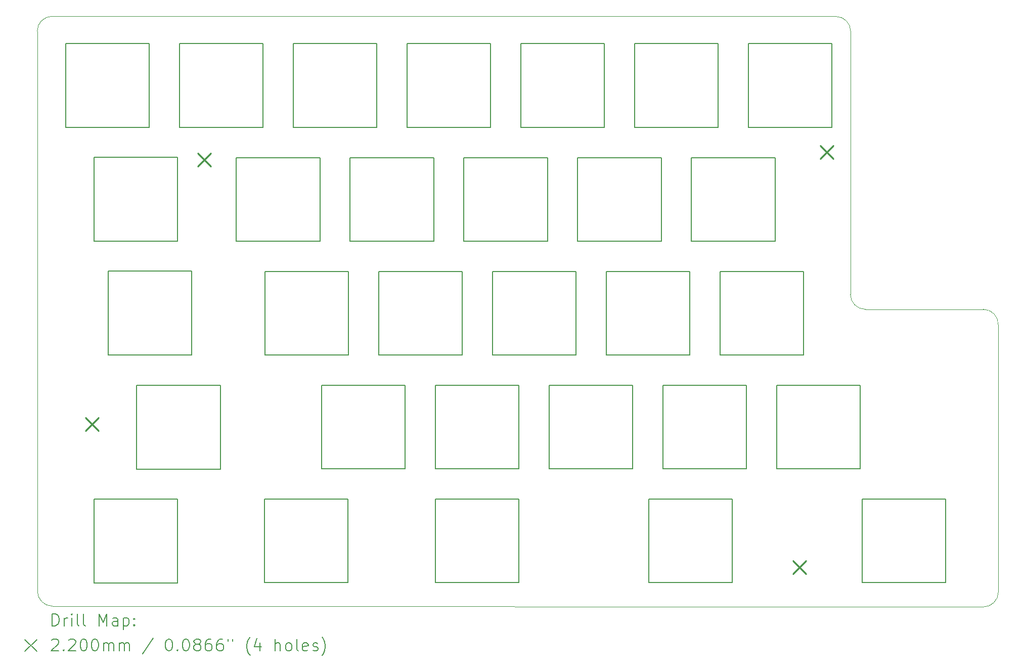
<source format=gbr>
%TF.GenerationSoftware,KiCad,Pcbnew,(6.0.7)*%
%TF.CreationDate,2022-09-08T23:08:10+00:00*%
%TF.ProjectId,zzsplit-top,7a7a7370-6c69-4742-9d74-6f702e6b6963,rev?*%
%TF.SameCoordinates,Original*%
%TF.FileFunction,Drillmap*%
%TF.FilePolarity,Positive*%
%FSLAX45Y45*%
G04 Gerber Fmt 4.5, Leading zero omitted, Abs format (unit mm)*
G04 Created by KiCad (PCBNEW (6.0.7)) date 2022-09-08 23:08:10*
%MOMM*%
%LPD*%
G01*
G04 APERTURE LIST*
%ADD10C,0.150000*%
%ADD11C,0.100000*%
%ADD12C,0.200000*%
%ADD13C,0.220000*%
G04 APERTURE END LIST*
D10*
X6023873Y-4053160D02*
X7423873Y-4053160D01*
X7928873Y-5453160D02*
X7928873Y-4053160D01*
X12188873Y-5959160D02*
X12188873Y-7359160D01*
X15074873Y-9266160D02*
X16474873Y-9266160D01*
X16024873Y-11171160D02*
X17424873Y-11171160D01*
D11*
X21390865Y-13484161D02*
G75*
G03*
X21642873Y-13233160I1005J251001D01*
G01*
D10*
X13169873Y-9266160D02*
X13169873Y-7866160D01*
X11233873Y-4053160D02*
X11233873Y-5453160D01*
X14121873Y-9772160D02*
X15521873Y-9772160D01*
X12216873Y-9772160D02*
X13616873Y-9772160D01*
D11*
X19163870Y-8249160D02*
G75*
G03*
X19413873Y-8499160I250000J0D01*
G01*
D10*
X13643873Y-4053160D02*
X15043873Y-4053160D01*
X9351873Y-11679160D02*
X10751873Y-11679160D01*
X13643873Y-5453160D02*
X15043873Y-5453160D01*
X12216873Y-11172160D02*
X12216873Y-9772160D01*
X10283873Y-5959160D02*
X10283873Y-7359160D01*
X15787873Y-13077160D02*
X15787873Y-11677160D01*
X10751873Y-11679160D02*
X10751873Y-13079160D01*
X14093873Y-5959160D02*
X14093873Y-7359160D01*
D11*
X19169744Y-3846584D02*
X19163873Y-8249160D01*
D10*
X9328873Y-4053160D02*
X9328873Y-5453160D01*
X6500873Y-13080160D02*
X6500873Y-11680160D01*
X9351873Y-13079160D02*
X10751873Y-13079160D01*
X17187873Y-11677160D02*
X17187873Y-13077160D01*
X9833873Y-4053160D02*
X11233873Y-4053160D01*
X16503873Y-5959160D02*
X17903873Y-5959160D01*
X8883873Y-7359160D02*
X10283873Y-7359160D01*
X6499873Y-7357160D02*
X6499873Y-5957160D01*
X16948873Y-4053160D02*
X16948873Y-5453160D01*
X13138873Y-4053160D02*
X13138873Y-5453160D01*
X13643873Y-5453160D02*
X13643873Y-4053160D01*
X16024873Y-11171160D02*
X16024873Y-9771160D01*
X15521873Y-9772160D02*
X15521873Y-11172160D01*
X14598873Y-5959160D02*
X15998873Y-5959160D01*
X15787873Y-11677160D02*
X17187873Y-11677160D01*
X11738873Y-5453160D02*
X11738873Y-4053160D01*
X9833873Y-5453160D02*
X11233873Y-5453160D01*
X8139873Y-7863160D02*
X8139873Y-9263160D01*
X9359873Y-7866160D02*
X10759873Y-7866160D01*
X12215873Y-11678160D02*
X13615873Y-11678160D01*
X9359873Y-9266160D02*
X10759873Y-9266160D01*
X7900873Y-11680160D02*
X7900873Y-13080160D01*
X19358873Y-11678160D02*
X20758873Y-11678160D01*
X17187873Y-11677160D02*
X17187873Y-13077160D01*
D11*
X21640873Y-8756160D02*
X21643873Y-13233160D01*
D10*
X6500873Y-13080160D02*
X7900873Y-13080160D01*
X16979873Y-9266160D02*
X18379873Y-9266160D01*
X15548873Y-4053160D02*
X16948873Y-4053160D01*
X16024873Y-9771160D02*
X17424873Y-9771160D01*
D11*
X5799873Y-3594163D02*
G75*
G03*
X5549873Y-3844160I-3J-249997D01*
G01*
D10*
X6023873Y-5453160D02*
X6023873Y-4053160D01*
X7423873Y-4053160D02*
X7423873Y-5453160D01*
X18379873Y-7866160D02*
X18379873Y-9266160D01*
X16503873Y-7359160D02*
X16503873Y-5959160D01*
X11738873Y-4053160D02*
X13138873Y-4053160D01*
X14121873Y-11172160D02*
X15521873Y-11172160D01*
X6500873Y-11680160D02*
X7900873Y-11680160D01*
X14598873Y-7359160D02*
X14598873Y-5959160D01*
X13169873Y-9266160D02*
X14569873Y-9266160D01*
X6023873Y-5453160D02*
X7423873Y-5453160D01*
X16474873Y-7866160D02*
X16474873Y-9266160D01*
X15074873Y-9266160D02*
X15074873Y-7866160D01*
X13616873Y-9772160D02*
X13616873Y-11172160D01*
X15787873Y-13077160D02*
X17187873Y-13077160D01*
X19358873Y-13078160D02*
X20758873Y-13078160D01*
D11*
X5553870Y-13220160D02*
G75*
G03*
X5803873Y-13470160I250000J0D01*
G01*
D10*
X19331873Y-9772160D02*
X19331873Y-11172160D01*
X12693873Y-7359160D02*
X14093873Y-7359160D01*
X10788873Y-7359160D02*
X12188873Y-7359160D01*
X6739873Y-9263160D02*
X8139873Y-9263160D01*
D11*
X21390865Y-13484158D02*
X5803873Y-13470160D01*
D10*
X11264873Y-7866160D02*
X12664873Y-7866160D01*
X7215873Y-9775160D02*
X8615873Y-9775160D01*
X14121873Y-11172160D02*
X14121873Y-9772160D01*
X13615873Y-11678160D02*
X13615873Y-13078160D01*
X15548873Y-5453160D02*
X16948873Y-5453160D01*
X12215873Y-13078160D02*
X12215873Y-11678160D01*
X12693873Y-7359160D02*
X12693873Y-5959160D01*
X11264873Y-9266160D02*
X11264873Y-7866160D01*
X9351873Y-13079160D02*
X9351873Y-11679160D01*
X8883873Y-7359160D02*
X8883873Y-5959160D01*
X6739873Y-7863160D02*
X8139873Y-7863160D01*
X13169873Y-7866160D02*
X14569873Y-7866160D01*
X11738873Y-5453160D02*
X13138873Y-5453160D01*
X17931873Y-11172160D02*
X19331873Y-11172160D01*
X20758873Y-11678160D02*
X20758873Y-13078160D01*
X14598873Y-7359160D02*
X15998873Y-7359160D01*
X10759873Y-7866160D02*
X10759873Y-9266160D01*
X12216873Y-11172160D02*
X13616873Y-11172160D01*
X10311873Y-11172160D02*
X11711873Y-11172160D01*
X12215873Y-13078160D02*
X13615873Y-13078160D01*
X9833873Y-5453160D02*
X9833873Y-4053160D01*
X10311873Y-9772160D02*
X11711873Y-9772160D01*
D11*
X21639873Y-8757160D02*
G75*
G03*
X21391871Y-8501160I-248273J7610D01*
G01*
D10*
X7215873Y-11175160D02*
X7215873Y-9775160D01*
D11*
X5799873Y-3594160D02*
X18920742Y-3596584D01*
D10*
X17453873Y-5453160D02*
X18853873Y-5453160D01*
X8883873Y-5959160D02*
X10283873Y-5959160D01*
X7899873Y-5957160D02*
X7899873Y-7357160D01*
D11*
X19410871Y-8500160D02*
X21391871Y-8501160D01*
D10*
X17453873Y-4053160D02*
X18853873Y-4053160D01*
X17931873Y-11172160D02*
X17931873Y-9772160D01*
X6499873Y-5957160D02*
X7899873Y-5957160D01*
D11*
X5549873Y-3844160D02*
X5553873Y-13220160D01*
D10*
X17453873Y-5453160D02*
X17453873Y-4053160D01*
X8615873Y-9775160D02*
X8615873Y-11175160D01*
X6499873Y-7357160D02*
X7899873Y-7357160D01*
X10788873Y-7359160D02*
X10788873Y-5959160D01*
X7928873Y-5453160D02*
X9328873Y-5453160D01*
X6739873Y-9263160D02*
X6739873Y-7863160D01*
X14569873Y-7866160D02*
X14569873Y-9266160D01*
X17903873Y-5959160D02*
X17903873Y-7359160D01*
X15074873Y-7866160D02*
X16474873Y-7866160D01*
X16979873Y-7866160D02*
X18379873Y-7866160D01*
X18853873Y-4053160D02*
X18853873Y-5453160D01*
X12664873Y-7866160D02*
X12664873Y-9266160D01*
X10311873Y-11172160D02*
X10311873Y-9772160D01*
D11*
X19169748Y-3846584D02*
G75*
G03*
X18920742Y-3596584I-250008J-6D01*
G01*
D10*
X19358873Y-13078160D02*
X19358873Y-11678160D01*
X15998873Y-5959160D02*
X15998873Y-7359160D01*
X16503873Y-7359160D02*
X17903873Y-7359160D01*
X7215873Y-11175160D02*
X8615873Y-11175160D01*
X15787873Y-13077160D02*
X17187873Y-13077160D01*
X7928873Y-4053160D02*
X9328873Y-4053160D01*
X15548873Y-5453160D02*
X15548873Y-4053160D01*
X16979873Y-9266160D02*
X16979873Y-7866160D01*
X9359873Y-9266160D02*
X9359873Y-7866160D01*
X17931873Y-9772160D02*
X19331873Y-9772160D01*
X11264873Y-9266160D02*
X12664873Y-9266160D01*
X15043873Y-4053160D02*
X15043873Y-5453160D01*
X12693873Y-5959160D02*
X14093873Y-5959160D01*
X15787873Y-13077160D02*
X15787873Y-11677160D01*
X15787873Y-11677160D02*
X17187873Y-11677160D01*
X17424873Y-9771160D02*
X17424873Y-11171160D01*
X11711873Y-9772160D02*
X11711873Y-11172160D01*
X10788873Y-5959160D02*
X12188873Y-5959160D01*
D12*
D13*
X6357000Y-10315000D02*
X6577000Y-10535000D01*
X6577000Y-10315000D02*
X6357000Y-10535000D01*
X8235000Y-5885000D02*
X8455000Y-6105000D01*
X8455000Y-5885000D02*
X8235000Y-6105000D01*
X18199000Y-12708000D02*
X18419000Y-12928000D01*
X18419000Y-12708000D02*
X18199000Y-12928000D01*
X18657000Y-5763000D02*
X18877000Y-5983000D01*
X18877000Y-5763000D02*
X18657000Y-5983000D01*
D12*
X5802492Y-13799639D02*
X5802492Y-13599639D01*
X5850111Y-13599639D01*
X5878682Y-13609163D01*
X5897730Y-13628210D01*
X5907254Y-13647258D01*
X5916778Y-13685353D01*
X5916778Y-13713925D01*
X5907254Y-13752020D01*
X5897730Y-13771068D01*
X5878682Y-13790115D01*
X5850111Y-13799639D01*
X5802492Y-13799639D01*
X6002492Y-13799639D02*
X6002492Y-13666306D01*
X6002492Y-13704401D02*
X6012016Y-13685353D01*
X6021539Y-13675829D01*
X6040587Y-13666306D01*
X6059635Y-13666306D01*
X6126301Y-13799639D02*
X6126301Y-13666306D01*
X6126301Y-13599639D02*
X6116778Y-13609163D01*
X6126301Y-13618687D01*
X6135825Y-13609163D01*
X6126301Y-13599639D01*
X6126301Y-13618687D01*
X6250111Y-13799639D02*
X6231063Y-13790115D01*
X6221539Y-13771068D01*
X6221539Y-13599639D01*
X6354873Y-13799639D02*
X6335825Y-13790115D01*
X6326301Y-13771068D01*
X6326301Y-13599639D01*
X6583444Y-13799639D02*
X6583444Y-13599639D01*
X6650111Y-13742496D01*
X6716778Y-13599639D01*
X6716778Y-13799639D01*
X6897730Y-13799639D02*
X6897730Y-13694877D01*
X6888206Y-13675829D01*
X6869159Y-13666306D01*
X6831063Y-13666306D01*
X6812016Y-13675829D01*
X6897730Y-13790115D02*
X6878682Y-13799639D01*
X6831063Y-13799639D01*
X6812016Y-13790115D01*
X6802492Y-13771068D01*
X6802492Y-13752020D01*
X6812016Y-13732972D01*
X6831063Y-13723449D01*
X6878682Y-13723449D01*
X6897730Y-13713925D01*
X6992968Y-13666306D02*
X6992968Y-13866306D01*
X6992968Y-13675829D02*
X7012016Y-13666306D01*
X7050111Y-13666306D01*
X7069159Y-13675829D01*
X7078682Y-13685353D01*
X7088206Y-13704401D01*
X7088206Y-13761544D01*
X7078682Y-13780591D01*
X7069159Y-13790115D01*
X7050111Y-13799639D01*
X7012016Y-13799639D01*
X6992968Y-13790115D01*
X7173920Y-13780591D02*
X7183444Y-13790115D01*
X7173920Y-13799639D01*
X7164397Y-13790115D01*
X7173920Y-13780591D01*
X7173920Y-13799639D01*
X7173920Y-13675829D02*
X7183444Y-13685353D01*
X7173920Y-13694877D01*
X7164397Y-13685353D01*
X7173920Y-13675829D01*
X7173920Y-13694877D01*
X5344873Y-14029163D02*
X5544873Y-14229163D01*
X5544873Y-14029163D02*
X5344873Y-14229163D01*
X5792968Y-14038687D02*
X5802492Y-14029163D01*
X5821539Y-14019639D01*
X5869159Y-14019639D01*
X5888206Y-14029163D01*
X5897730Y-14038687D01*
X5907254Y-14057734D01*
X5907254Y-14076782D01*
X5897730Y-14105353D01*
X5783444Y-14219639D01*
X5907254Y-14219639D01*
X5992968Y-14200591D02*
X6002492Y-14210115D01*
X5992968Y-14219639D01*
X5983444Y-14210115D01*
X5992968Y-14200591D01*
X5992968Y-14219639D01*
X6078682Y-14038687D02*
X6088206Y-14029163D01*
X6107254Y-14019639D01*
X6154873Y-14019639D01*
X6173920Y-14029163D01*
X6183444Y-14038687D01*
X6192968Y-14057734D01*
X6192968Y-14076782D01*
X6183444Y-14105353D01*
X6069159Y-14219639D01*
X6192968Y-14219639D01*
X6316778Y-14019639D02*
X6335825Y-14019639D01*
X6354873Y-14029163D01*
X6364397Y-14038687D01*
X6373920Y-14057734D01*
X6383444Y-14095829D01*
X6383444Y-14143449D01*
X6373920Y-14181544D01*
X6364397Y-14200591D01*
X6354873Y-14210115D01*
X6335825Y-14219639D01*
X6316778Y-14219639D01*
X6297730Y-14210115D01*
X6288206Y-14200591D01*
X6278682Y-14181544D01*
X6269159Y-14143449D01*
X6269159Y-14095829D01*
X6278682Y-14057734D01*
X6288206Y-14038687D01*
X6297730Y-14029163D01*
X6316778Y-14019639D01*
X6507254Y-14019639D02*
X6526301Y-14019639D01*
X6545349Y-14029163D01*
X6554873Y-14038687D01*
X6564397Y-14057734D01*
X6573920Y-14095829D01*
X6573920Y-14143449D01*
X6564397Y-14181544D01*
X6554873Y-14200591D01*
X6545349Y-14210115D01*
X6526301Y-14219639D01*
X6507254Y-14219639D01*
X6488206Y-14210115D01*
X6478682Y-14200591D01*
X6469159Y-14181544D01*
X6459635Y-14143449D01*
X6459635Y-14095829D01*
X6469159Y-14057734D01*
X6478682Y-14038687D01*
X6488206Y-14029163D01*
X6507254Y-14019639D01*
X6659635Y-14219639D02*
X6659635Y-14086306D01*
X6659635Y-14105353D02*
X6669159Y-14095829D01*
X6688206Y-14086306D01*
X6716778Y-14086306D01*
X6735825Y-14095829D01*
X6745349Y-14114877D01*
X6745349Y-14219639D01*
X6745349Y-14114877D02*
X6754873Y-14095829D01*
X6773920Y-14086306D01*
X6802492Y-14086306D01*
X6821539Y-14095829D01*
X6831063Y-14114877D01*
X6831063Y-14219639D01*
X6926301Y-14219639D02*
X6926301Y-14086306D01*
X6926301Y-14105353D02*
X6935825Y-14095829D01*
X6954873Y-14086306D01*
X6983444Y-14086306D01*
X7002492Y-14095829D01*
X7012016Y-14114877D01*
X7012016Y-14219639D01*
X7012016Y-14114877D02*
X7021539Y-14095829D01*
X7040587Y-14086306D01*
X7069159Y-14086306D01*
X7088206Y-14095829D01*
X7097730Y-14114877D01*
X7097730Y-14219639D01*
X7488206Y-14010115D02*
X7316778Y-14267258D01*
X7745349Y-14019639D02*
X7764397Y-14019639D01*
X7783444Y-14029163D01*
X7792968Y-14038687D01*
X7802492Y-14057734D01*
X7812016Y-14095829D01*
X7812016Y-14143449D01*
X7802492Y-14181544D01*
X7792968Y-14200591D01*
X7783444Y-14210115D01*
X7764397Y-14219639D01*
X7745349Y-14219639D01*
X7726301Y-14210115D01*
X7716778Y-14200591D01*
X7707254Y-14181544D01*
X7697730Y-14143449D01*
X7697730Y-14095829D01*
X7707254Y-14057734D01*
X7716778Y-14038687D01*
X7726301Y-14029163D01*
X7745349Y-14019639D01*
X7897730Y-14200591D02*
X7907254Y-14210115D01*
X7897730Y-14219639D01*
X7888206Y-14210115D01*
X7897730Y-14200591D01*
X7897730Y-14219639D01*
X8031063Y-14019639D02*
X8050111Y-14019639D01*
X8069159Y-14029163D01*
X8078682Y-14038687D01*
X8088206Y-14057734D01*
X8097730Y-14095829D01*
X8097730Y-14143449D01*
X8088206Y-14181544D01*
X8078682Y-14200591D01*
X8069159Y-14210115D01*
X8050111Y-14219639D01*
X8031063Y-14219639D01*
X8012016Y-14210115D01*
X8002492Y-14200591D01*
X7992968Y-14181544D01*
X7983444Y-14143449D01*
X7983444Y-14095829D01*
X7992968Y-14057734D01*
X8002492Y-14038687D01*
X8012016Y-14029163D01*
X8031063Y-14019639D01*
X8212016Y-14105353D02*
X8192968Y-14095829D01*
X8183444Y-14086306D01*
X8173920Y-14067258D01*
X8173920Y-14057734D01*
X8183444Y-14038687D01*
X8192968Y-14029163D01*
X8212016Y-14019639D01*
X8250111Y-14019639D01*
X8269159Y-14029163D01*
X8278682Y-14038687D01*
X8288206Y-14057734D01*
X8288206Y-14067258D01*
X8278682Y-14086306D01*
X8269159Y-14095829D01*
X8250111Y-14105353D01*
X8212016Y-14105353D01*
X8192968Y-14114877D01*
X8183444Y-14124401D01*
X8173920Y-14143449D01*
X8173920Y-14181544D01*
X8183444Y-14200591D01*
X8192968Y-14210115D01*
X8212016Y-14219639D01*
X8250111Y-14219639D01*
X8269159Y-14210115D01*
X8278682Y-14200591D01*
X8288206Y-14181544D01*
X8288206Y-14143449D01*
X8278682Y-14124401D01*
X8269159Y-14114877D01*
X8250111Y-14105353D01*
X8459635Y-14019639D02*
X8421540Y-14019639D01*
X8402492Y-14029163D01*
X8392968Y-14038687D01*
X8373920Y-14067258D01*
X8364397Y-14105353D01*
X8364397Y-14181544D01*
X8373920Y-14200591D01*
X8383444Y-14210115D01*
X8402492Y-14219639D01*
X8440587Y-14219639D01*
X8459635Y-14210115D01*
X8469159Y-14200591D01*
X8478682Y-14181544D01*
X8478682Y-14133925D01*
X8469159Y-14114877D01*
X8459635Y-14105353D01*
X8440587Y-14095829D01*
X8402492Y-14095829D01*
X8383444Y-14105353D01*
X8373920Y-14114877D01*
X8364397Y-14133925D01*
X8650111Y-14019639D02*
X8612016Y-14019639D01*
X8592968Y-14029163D01*
X8583444Y-14038687D01*
X8564397Y-14067258D01*
X8554873Y-14105353D01*
X8554873Y-14181544D01*
X8564397Y-14200591D01*
X8573921Y-14210115D01*
X8592968Y-14219639D01*
X8631063Y-14219639D01*
X8650111Y-14210115D01*
X8659635Y-14200591D01*
X8669159Y-14181544D01*
X8669159Y-14133925D01*
X8659635Y-14114877D01*
X8650111Y-14105353D01*
X8631063Y-14095829D01*
X8592968Y-14095829D01*
X8573921Y-14105353D01*
X8564397Y-14114877D01*
X8554873Y-14133925D01*
X8745349Y-14019639D02*
X8745349Y-14057734D01*
X8821540Y-14019639D02*
X8821540Y-14057734D01*
X9116778Y-14295829D02*
X9107254Y-14286306D01*
X9088206Y-14257734D01*
X9078682Y-14238687D01*
X9069159Y-14210115D01*
X9059635Y-14162496D01*
X9059635Y-14124401D01*
X9069159Y-14076782D01*
X9078682Y-14048210D01*
X9088206Y-14029163D01*
X9107254Y-14000591D01*
X9116778Y-13991068D01*
X9278682Y-14086306D02*
X9278682Y-14219639D01*
X9231063Y-14010115D02*
X9183444Y-14152972D01*
X9307254Y-14152972D01*
X9535825Y-14219639D02*
X9535825Y-14019639D01*
X9621540Y-14219639D02*
X9621540Y-14114877D01*
X9612016Y-14095829D01*
X9592968Y-14086306D01*
X9564397Y-14086306D01*
X9545349Y-14095829D01*
X9535825Y-14105353D01*
X9745349Y-14219639D02*
X9726301Y-14210115D01*
X9716778Y-14200591D01*
X9707254Y-14181544D01*
X9707254Y-14124401D01*
X9716778Y-14105353D01*
X9726301Y-14095829D01*
X9745349Y-14086306D01*
X9773921Y-14086306D01*
X9792968Y-14095829D01*
X9802492Y-14105353D01*
X9812016Y-14124401D01*
X9812016Y-14181544D01*
X9802492Y-14200591D01*
X9792968Y-14210115D01*
X9773921Y-14219639D01*
X9745349Y-14219639D01*
X9926301Y-14219639D02*
X9907254Y-14210115D01*
X9897730Y-14191068D01*
X9897730Y-14019639D01*
X10078682Y-14210115D02*
X10059635Y-14219639D01*
X10021540Y-14219639D01*
X10002492Y-14210115D01*
X9992968Y-14191068D01*
X9992968Y-14114877D01*
X10002492Y-14095829D01*
X10021540Y-14086306D01*
X10059635Y-14086306D01*
X10078682Y-14095829D01*
X10088206Y-14114877D01*
X10088206Y-14133925D01*
X9992968Y-14152972D01*
X10164397Y-14210115D02*
X10183444Y-14219639D01*
X10221540Y-14219639D01*
X10240587Y-14210115D01*
X10250111Y-14191068D01*
X10250111Y-14181544D01*
X10240587Y-14162496D01*
X10221540Y-14152972D01*
X10192968Y-14152972D01*
X10173921Y-14143449D01*
X10164397Y-14124401D01*
X10164397Y-14114877D01*
X10173921Y-14095829D01*
X10192968Y-14086306D01*
X10221540Y-14086306D01*
X10240587Y-14095829D01*
X10316778Y-14295829D02*
X10326301Y-14286306D01*
X10345349Y-14257734D01*
X10354873Y-14238687D01*
X10364397Y-14210115D01*
X10373921Y-14162496D01*
X10373921Y-14124401D01*
X10364397Y-14076782D01*
X10354873Y-14048210D01*
X10345349Y-14029163D01*
X10326301Y-14000591D01*
X10316778Y-13991068D01*
M02*

</source>
